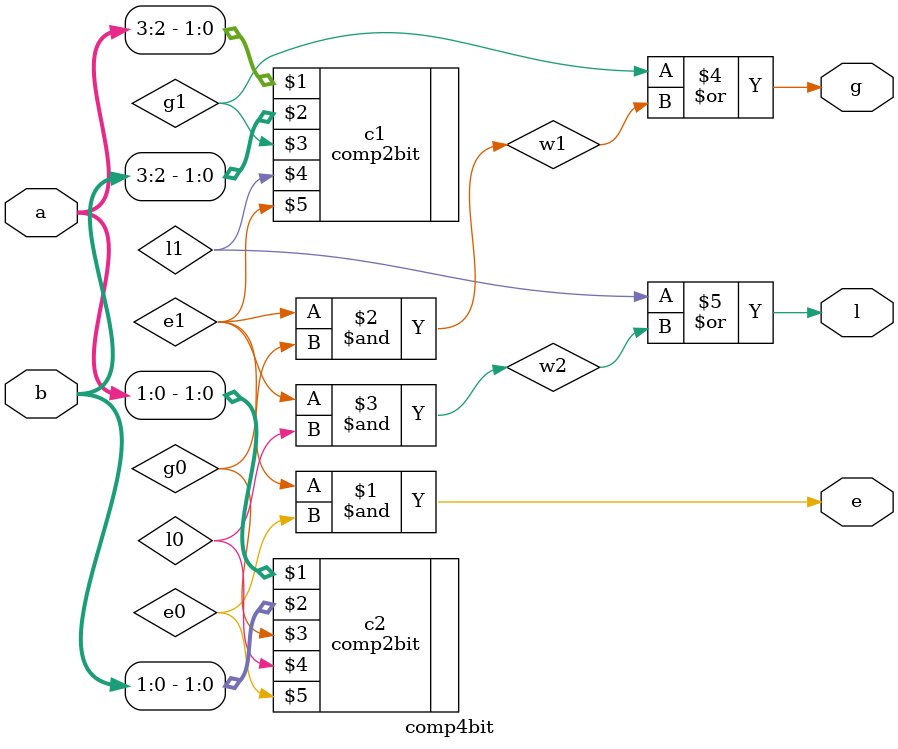
<source format=v>
module comp4bit(a,b,g,l,e);
input [3:0] a,b;
output g,l,e;
wire g1,g0,l1,l0,e1,e0,w1,w2;
comp2bit c1(a[3:2],b[3:2],g1,l1,e1);
comp2bit c2(a[1:0],b[1:0],g0,l0,e0);
and a1(e,e1,e0);
and a2(w1,e1,g0);
and a3(w2,e1,l0);
or o1(g,g1,w1);
or o2(l,l1,w2);
endmodule

</source>
